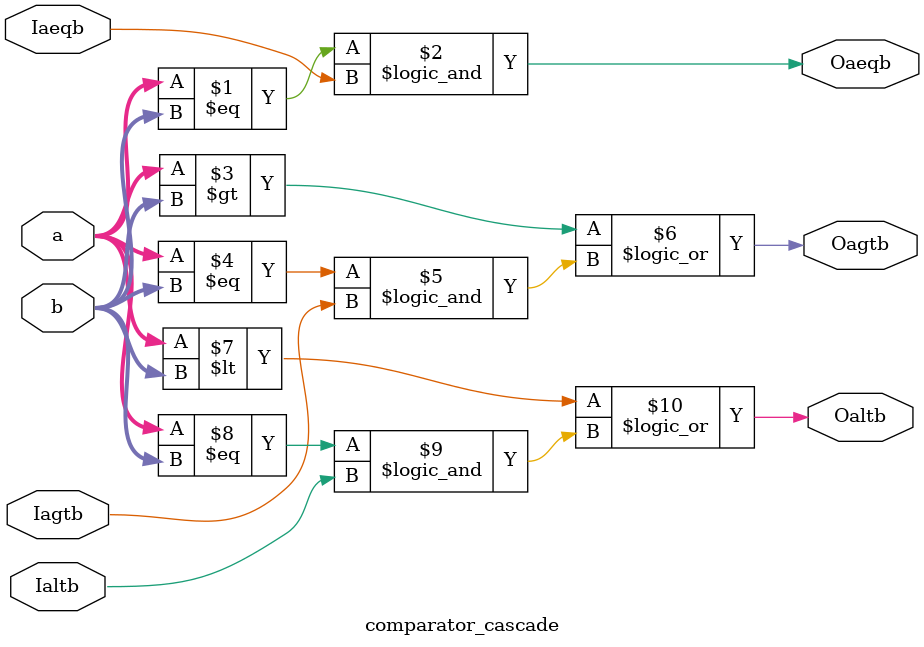
<source format=v>
`timescale 1ns / 1ps


module comparator_cascade(
        Iaeqb,
        Iagtb,
        Ialtb,
        a, b,
        Oaeqb,
        Oagtb,
        Oaltb
    );
    parameter N = 8;
    
    input Iaeqb, Iagtb, Ialtb;
    input [N - 1: 0] a, b;
    output Oaeqb, Oagtb, Oaltb;
    
    assign Oaeqb = (a == b) && Iaeqb;
    assign Oagtb = (a > b) || ((a == b) && Iagtb);
    assign Oaltb = (a < b) || ((a == b) && Ialtb);
endmodule

</source>
